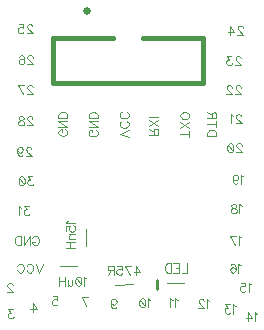
<source format=gbr>
G04 DipTrace 3.1.0.1*
G04 BottomSilk.gbr*
%MOIN*%
G04 #@! TF.FileFunction,Legend,Bot*
G04 #@! TF.Part,Single*
%ADD10C,0.009843*%
%ADD17C,0.003937*%
%ADD22C,0.025*%
%ADD23C,0.015748*%
%ADD55C,0.004632*%
%FSLAX26Y26*%
G04*
G70*
G90*
G75*
G01*
G04 BotSilk*
%LPD*%
D22*
X751083Y1511912D3*
X838583Y1424398D2*
D23*
X638583D1*
Y1274395D1*
X1138583D1*
Y1424398D1*
X938583D1*
X983465Y617717D2*
D10*
Y586220D1*
X661024Y663386D2*
D17*
X719685Y663780D1*
X747638Y787402D2*
X748031Y728740D1*
X1016929Y605118D2*
X1075591Y605512D1*
X845669Y600787D2*
X904331Y601181D1*
X1270397Y1457277D2*
D55*
Y1458703D1*
X1268971Y1461588D1*
X1267545Y1463014D1*
X1264660Y1464440D1*
X1258923D1*
X1256071Y1463014D1*
X1254645Y1461588D1*
X1253186Y1458703D1*
Y1455851D1*
X1254645Y1452966D1*
X1257497Y1448688D1*
X1271856Y1434329D1*
X1251760D1*
X1228138D2*
Y1464440D1*
X1242497Y1444377D1*
X1220975D1*
X1263853Y1355308D2*
Y1356734D1*
X1262427Y1359620D1*
X1261001Y1361045D1*
X1258116Y1362471D1*
X1252379D1*
X1249527Y1361045D1*
X1248101Y1359620D1*
X1246642Y1356734D1*
Y1353883D1*
X1248101Y1350997D1*
X1250953Y1346720D1*
X1265312Y1332361D1*
X1245216D1*
X1233068Y1362471D2*
X1217316D1*
X1225905Y1350997D1*
X1221594D1*
X1218742Y1349572D1*
X1217316Y1348146D1*
X1215857Y1343835D1*
Y1340983D1*
X1217316Y1336672D1*
X1220168Y1333787D1*
X1224479Y1332361D1*
X1228790D1*
X1233068Y1333787D1*
X1234493Y1335246D1*
X1235953Y1338098D1*
X1263853Y1257671D2*
Y1259097D1*
X1262427Y1261982D1*
X1261001Y1263408D1*
X1258116Y1264834D1*
X1252379D1*
X1249527Y1263408D1*
X1248101Y1261982D1*
X1246642Y1259097D1*
Y1256245D1*
X1248101Y1253360D1*
X1250953Y1249082D1*
X1265312Y1234723D1*
X1245216D1*
X1234493Y1257671D2*
Y1259097D1*
X1233068Y1261982D1*
X1231642Y1263408D1*
X1228756Y1264834D1*
X1223020D1*
X1220168Y1263408D1*
X1218742Y1261982D1*
X1217283Y1259097D1*
Y1256245D1*
X1218742Y1253360D1*
X1221594Y1249082D1*
X1235953Y1234723D1*
X1215857D1*
X1265126Y1161608D2*
Y1163034D1*
X1263700Y1165919D1*
X1262274Y1167345D1*
X1259389Y1168771D1*
X1253652D1*
X1250800Y1167345D1*
X1249375Y1165919D1*
X1247915Y1163034D1*
Y1160182D1*
X1249375Y1157297D1*
X1252226Y1153019D1*
X1266585Y1138660D1*
X1246489D1*
X1237226Y1163034D2*
X1234341Y1164493D1*
X1230030Y1168771D1*
Y1138660D1*
X1267003Y1064364D2*
Y1065790D1*
X1265577Y1068675D1*
X1264151Y1070101D1*
X1261266Y1071527D1*
X1255529D1*
X1252677Y1070101D1*
X1251251Y1068675D1*
X1249792Y1065790D1*
Y1062938D1*
X1251251Y1060053D1*
X1254103Y1055775D1*
X1268462Y1041416D1*
X1248366D1*
X1230480Y1071527D2*
X1234791Y1070101D1*
X1237676Y1065790D1*
X1239102Y1058627D1*
Y1054316D1*
X1237676Y1047153D1*
X1234791Y1042842D1*
X1230480Y1041416D1*
X1227628D1*
X1223317Y1042842D1*
X1220465Y1047153D1*
X1219006Y1054316D1*
Y1058627D1*
X1220465Y1065790D1*
X1223317Y1070101D1*
X1227628Y1071527D1*
X1230480D1*
X1220465Y1065790D2*
X1237676Y1047153D1*
X1271852Y961853D2*
X1268967Y963312D1*
X1264656Y967590D1*
Y937479D1*
X1236723Y957575D2*
X1238182Y953264D1*
X1241034Y950379D1*
X1245345Y948953D1*
X1246771D1*
X1251082Y950379D1*
X1253934Y953264D1*
X1255393Y957575D1*
Y959001D1*
X1253934Y963312D1*
X1251082Y966164D1*
X1246771Y967590D1*
X1245345D1*
X1241034Y966164D1*
X1238182Y963312D1*
X1236723Y957575D1*
Y950379D1*
X1238182Y943216D1*
X1241034Y938905D1*
X1245345Y937479D1*
X1248197D1*
X1252508Y938905D1*
X1253934Y941790D1*
X1266946Y863034D2*
X1264061Y864493D1*
X1259750Y868771D1*
Y838660D1*
X1243323Y868771D2*
X1247601Y867345D1*
X1249060Y864493D1*
Y861608D1*
X1247601Y858756D1*
X1244749Y857297D1*
X1239012Y855871D1*
X1234701Y854445D1*
X1231849Y851560D1*
X1230423Y848708D1*
Y844397D1*
X1231849Y841545D1*
X1233275Y840086D1*
X1237586Y838660D1*
X1243323D1*
X1247601Y840086D1*
X1249060Y841545D1*
X1250486Y844397D1*
Y848708D1*
X1249060Y851560D1*
X1246175Y854445D1*
X1241897Y855871D1*
X1236160Y857297D1*
X1233275Y858756D1*
X1231849Y861608D1*
Y864493D1*
X1233275Y867345D1*
X1237586Y868771D1*
X1243323D1*
X1265798Y758309D2*
X1262913Y759768D1*
X1258602Y764046D1*
Y733935D1*
X1243601D2*
X1229242Y764046D1*
X1249338D1*
X1263552Y664608D2*
X1260666Y666068D1*
X1256355Y670345D1*
Y640235D1*
X1229881Y666068D2*
X1231307Y668919D1*
X1235618Y670345D1*
X1238470D1*
X1242781Y668919D1*
X1245666Y664608D1*
X1247092Y657446D1*
Y650283D1*
X1245666Y644546D1*
X1242781Y641661D1*
X1238470Y640235D1*
X1237044D1*
X1232766Y641661D1*
X1229881Y644546D1*
X1228455Y648857D1*
Y650283D1*
X1229881Y654594D1*
X1232766Y657446D1*
X1237044Y658871D1*
X1238470D1*
X1242781Y657446D1*
X1245666Y654594D1*
X1247092Y650283D1*
X1297688Y602010D2*
X1294803Y603469D1*
X1290492Y607747D1*
Y577636D1*
X1264017Y607747D2*
X1278343D1*
X1279769Y594847D1*
X1278343Y596273D1*
X1274032Y597732D1*
X1269754D1*
X1265443Y596273D1*
X1262558Y593421D1*
X1261132Y589110D1*
Y586258D1*
X1262558Y581947D1*
X1265443Y579062D1*
X1269754Y577636D1*
X1274032D1*
X1278343Y579062D1*
X1279769Y580521D1*
X1281228Y583373D1*
X1318011Y502404D2*
X1315126Y503863D1*
X1310815Y508141D1*
Y478030D1*
X1287193D2*
Y508141D1*
X1301552Y488078D1*
X1280030D1*
X1246507Y528782D2*
X1243622Y530241D1*
X1239311Y534519D1*
Y504408D1*
X1227162Y534519D2*
X1211410D1*
X1219999Y523045D1*
X1215688D1*
X1212836Y521619D1*
X1211410Y520193D1*
X1209951Y515882D1*
Y513030D1*
X1211410Y508719D1*
X1214262Y505834D1*
X1218573Y504408D1*
X1222884D1*
X1227162Y505834D1*
X1228588Y507293D1*
X1230047Y510145D1*
X1158711Y547679D2*
X1155826Y549138D1*
X1151515Y553416D1*
Y523305D1*
X1140793Y546253D2*
Y547679D1*
X1139367Y550564D1*
X1137941Y551990D1*
X1135056Y553416D1*
X1129319D1*
X1126467Y551990D1*
X1125041Y550564D1*
X1123582Y547679D1*
Y544827D1*
X1125041Y541942D1*
X1127893Y537664D1*
X1142252Y523305D1*
X1122156D1*
X1053292Y549648D2*
X1050407Y551107D1*
X1046096Y555385D1*
Y525274D1*
X1036832Y549648D2*
X1033947Y551107D1*
X1029636Y555385D1*
Y525274D1*
X962255Y549254D2*
X959370Y550713D1*
X955059Y554991D1*
Y524880D1*
X937173Y554991D2*
X941484Y553565D1*
X944369Y549254D1*
X945795Y542091D1*
Y537780D1*
X944369Y530617D1*
X941484Y526306D1*
X937173Y524880D1*
X934321D1*
X930010Y526306D1*
X927158Y530617D1*
X925699Y537780D1*
Y542091D1*
X927158Y549254D1*
X930010Y553565D1*
X934321Y554991D1*
X937173D1*
X927158Y549254D2*
X944369Y530617D1*
X831605Y543008D2*
X833064Y538697D1*
X835916Y535812D1*
X840227Y534386D1*
X841653D1*
X845964Y535812D1*
X848816Y538697D1*
X850275Y543008D1*
Y544434D1*
X848816Y548745D1*
X845964Y551597D1*
X841653Y553023D1*
X840227D1*
X835916Y551597D1*
X833064Y548745D1*
X831605Y543008D1*
Y535812D1*
X833064Y528649D1*
X835916Y524338D1*
X840227Y522912D1*
X843079D1*
X847390Y524338D1*
X848816Y527223D1*
X604158Y670772D2*
X592684Y640628D1*
X581210Y670772D1*
X550424Y663609D2*
X551850Y666461D1*
X554735Y669346D1*
X557587Y670772D1*
X563324D1*
X566209Y669346D1*
X569061Y666461D1*
X570520Y663609D1*
X571946Y659298D1*
Y652102D1*
X570520Y647824D1*
X569061Y644939D1*
X566209Y642087D1*
X563324Y640628D1*
X557587D1*
X554735Y642087D1*
X551850Y644939D1*
X550424Y647824D1*
X519639Y663609D2*
X521065Y666461D1*
X523950Y669346D1*
X526802Y670772D1*
X532539D1*
X535424Y669346D1*
X538276Y666461D1*
X539735Y663609D1*
X541161Y659298D1*
Y652102D1*
X539735Y647824D1*
X538276Y644939D1*
X535424Y642087D1*
X532539Y640628D1*
X526802D1*
X523950Y642087D1*
X521065Y644939D1*
X519639Y647824D1*
X749507Y528424D2*
X735148Y558534D1*
X755244D1*
X569458Y755735D2*
X570884Y758587D1*
X573769Y761472D1*
X576620Y762898D1*
X582357D1*
X585243Y761472D1*
X588094Y758587D1*
X589554Y755735D1*
X590980Y751424D1*
Y744228D1*
X589554Y739950D1*
X588094Y737065D1*
X585243Y734213D1*
X582357Y732754D1*
X576620D1*
X573769Y734213D1*
X570884Y737065D1*
X569458Y739950D1*
Y744228D1*
X576620D1*
X540098Y762898D2*
Y732754D1*
X560194Y762898D1*
Y732754D1*
X530834Y762898D2*
Y732754D1*
X520786D1*
X516475Y734213D1*
X513590Y737065D1*
X512164Y739950D1*
X510738Y744228D1*
Y751424D1*
X512164Y755735D1*
X513590Y758587D1*
X516475Y761472D1*
X520786Y762898D1*
X530834D1*
X636852Y561684D2*
X651178D1*
X652604Y548784D1*
X651178Y550210D1*
X646867Y551669D1*
X642589D1*
X638278Y550210D1*
X635393Y547358D1*
X633967Y543047D1*
Y540195D1*
X635393Y535884D1*
X638278Y532999D1*
X642589Y531573D1*
X646867D1*
X651178Y532999D1*
X652604Y534458D1*
X654063Y537310D1*
X569870Y510313D2*
Y540424D1*
X584229Y520361D1*
X562707D1*
X504721Y518377D2*
X488969D1*
X497558Y506903D1*
X493247D1*
X490395Y505477D1*
X488969Y504051D1*
X487510Y499740D1*
Y496888D1*
X488969Y492577D1*
X491821Y489692D1*
X496132Y488266D1*
X500443D1*
X504721Y489692D1*
X506147Y491151D1*
X507606Y494003D1*
X503391Y598222D2*
Y599648D1*
X501965Y602533D1*
X500539Y603959D1*
X497654Y605385D1*
X491917D1*
X489065Y603959D1*
X487639Y602533D1*
X486180Y599648D1*
Y596796D1*
X487639Y593911D1*
X490491Y589633D1*
X504850Y575274D1*
X484754D1*
X558189Y862865D2*
X542437D1*
X551026Y851391D1*
X546715D1*
X543863Y849965D1*
X542437Y848539D1*
X540978Y844228D1*
Y841376D1*
X542437Y837065D1*
X545289Y834180D1*
X549600Y832754D1*
X553911D1*
X558189Y834180D1*
X559615Y835639D1*
X561074Y838491D1*
X531714Y857128D2*
X528829Y858587D1*
X524518Y862865D1*
Y832754D1*
X569753Y961290D2*
X554001D1*
X562590Y949816D1*
X558279D1*
X555427Y948390D1*
X554001Y946964D1*
X552542Y942653D1*
Y939802D1*
X554001Y935490D1*
X556853Y932605D1*
X561164Y931179D1*
X565475D1*
X569753Y932605D1*
X571178Y934065D1*
X572638Y936916D1*
X534656Y961290D2*
X538967Y959864D1*
X541852Y955553D1*
X543278Y948390D1*
Y944079D1*
X541852Y936916D1*
X538967Y932605D1*
X534656Y931179D1*
X531804D1*
X527493Y932605D1*
X524641Y936916D1*
X523182Y944079D1*
Y948390D1*
X524641Y955553D1*
X527493Y959864D1*
X531804Y961290D1*
X534656D1*
X524641Y955553D2*
X541852Y936916D1*
X565577Y1052553D2*
Y1053979D1*
X564151Y1056864D1*
X562725Y1058290D1*
X559840Y1059716D1*
X554103D1*
X551251Y1058290D1*
X549825Y1056864D1*
X548366Y1053979D1*
Y1051127D1*
X549825Y1048242D1*
X552677Y1043964D1*
X567036Y1029605D1*
X546940D1*
X519006Y1049701D2*
X520465Y1045390D1*
X523317Y1042505D1*
X527628Y1041079D1*
X529054D1*
X533365Y1042505D1*
X536217Y1045390D1*
X537676Y1049701D1*
Y1051127D1*
X536217Y1055438D1*
X533365Y1058290D1*
X529054Y1059716D1*
X527628D1*
X523317Y1058290D1*
X520465Y1055438D1*
X519006Y1049701D1*
Y1042505D1*
X520465Y1035342D1*
X523317Y1031031D1*
X527628Y1029605D1*
X530480D1*
X534791Y1031031D1*
X536217Y1033916D1*
X569725Y1154127D2*
Y1155553D1*
X568299Y1158438D1*
X566873Y1159864D1*
X563988Y1161290D1*
X558251D1*
X555399Y1159864D1*
X553974Y1158438D1*
X552514Y1155553D1*
Y1152701D1*
X553974Y1149816D1*
X556825Y1145538D1*
X571184Y1131179D1*
X551088D1*
X534662Y1161290D2*
X538940Y1159864D1*
X540399Y1157012D1*
Y1154127D1*
X538940Y1151275D1*
X536088Y1149816D1*
X530351Y1148390D1*
X526040Y1146964D1*
X523188Y1144079D1*
X521762Y1141227D1*
Y1136916D1*
X523188Y1134065D1*
X524614Y1132605D1*
X528925Y1131179D1*
X534662D1*
X538940Y1132605D1*
X540399Y1134065D1*
X541825Y1136916D1*
Y1141227D1*
X540399Y1144079D1*
X537514Y1146964D1*
X533236Y1148390D1*
X527499Y1149816D1*
X524614Y1151275D1*
X523188Y1154127D1*
Y1157012D1*
X524614Y1159864D1*
X528925Y1161290D1*
X534662D1*
X570152Y1258064D2*
Y1259490D1*
X568726Y1262375D1*
X567300Y1263801D1*
X564415Y1265227D1*
X558678D1*
X555826Y1263801D1*
X554400Y1262375D1*
X552941Y1259490D1*
Y1256638D1*
X554400Y1253753D1*
X557252Y1249476D1*
X571611Y1235116D1*
X551515D1*
X536515D2*
X522156Y1265227D1*
X542252D1*
X570268Y1357671D2*
Y1359097D1*
X568842Y1361982D1*
X567416Y1363408D1*
X564531Y1364834D1*
X558794D1*
X555942Y1363408D1*
X554516Y1361982D1*
X553057Y1359097D1*
Y1356245D1*
X554516Y1353360D1*
X557368Y1349082D1*
X571727Y1334723D1*
X551631D1*
X525157Y1360556D2*
X526582Y1363408D1*
X530894Y1364834D1*
X533745D1*
X538056Y1363408D1*
X540942Y1359097D1*
X542367Y1351934D1*
Y1344771D1*
X540942Y1339034D1*
X538056Y1336149D1*
X533745Y1334723D1*
X532319D1*
X528042Y1336149D1*
X525157Y1339034D1*
X523731Y1343345D1*
Y1344771D1*
X525157Y1349082D1*
X528042Y1351934D1*
X532319Y1353360D1*
X533745D1*
X538056Y1351934D1*
X540942Y1349082D1*
X542367Y1344771D1*
X568971Y1462001D2*
Y1463427D1*
X567545Y1466312D1*
X566119Y1467738D1*
X563234Y1469164D1*
X557497D1*
X554645Y1467738D1*
X553219Y1466312D1*
X551760Y1463427D1*
Y1460575D1*
X553219Y1457690D1*
X556071Y1453413D1*
X570430Y1439053D1*
X550334D1*
X523860Y1469164D2*
X538186D1*
X539612Y1456264D1*
X538186Y1457690D1*
X533875Y1459149D1*
X529597D1*
X525286Y1457690D1*
X522401Y1454838D1*
X520975Y1450527D1*
Y1447676D1*
X522401Y1443365D1*
X525286Y1440479D1*
X529597Y1439053D1*
X533875D1*
X538186Y1440479D1*
X539612Y1441939D1*
X541071Y1444790D1*
X1084816Y671166D2*
Y641022D1*
X1067605D1*
X1039704Y671166D2*
X1058341D1*
Y641022D1*
X1039704D1*
X1058341Y656807D2*
X1046867D1*
X1030441Y671166D2*
Y641022D1*
X1020393D1*
X1016082Y642481D1*
X1013197Y645333D1*
X1011771Y648218D1*
X1010345Y652496D1*
Y659692D1*
X1011771Y664003D1*
X1013197Y666855D1*
X1016082Y669740D1*
X1020393Y671166D1*
X1030441D1*
X915429Y633148D2*
Y663259D1*
X929788Y643196D1*
X908266D1*
X893265Y633148D2*
X878906Y663259D1*
X899002D1*
X852432D2*
X866758D1*
X868184Y650359D1*
X866758Y651785D1*
X862447Y653244D1*
X858169D1*
X853858Y651785D1*
X850973Y648933D1*
X849547Y644622D1*
Y641770D1*
X850973Y637459D1*
X853858Y634574D1*
X858169Y633148D1*
X862447D1*
X866758Y634574D1*
X868184Y636033D1*
X869643Y638885D1*
X840283Y648933D2*
X827383D1*
X823072Y650392D1*
X821613Y651818D1*
X820187Y654670D1*
Y657555D1*
X821613Y660407D1*
X823072Y661866D1*
X827383Y663292D1*
X840283D1*
Y633148D1*
X830235Y648933D2*
X820187Y633148D1*
X748946Y621301D2*
X746061Y622760D1*
X741750Y627038D1*
Y596928D1*
X723865Y627038D2*
X728176Y625612D1*
X731061Y621301D1*
X732487Y614138D1*
Y609827D1*
X731061Y602664D1*
X728176Y598353D1*
X723865Y596928D1*
X721013D1*
X716702Y598353D1*
X713850Y602664D1*
X712391Y609827D1*
Y614138D1*
X713850Y621301D1*
X716702Y625612D1*
X721013Y627038D1*
X723865D1*
X713850Y621301D2*
X731061Y602664D1*
X703127Y617024D2*
Y602664D1*
X701701Y598387D1*
X698816Y596928D1*
X694505D1*
X691653Y598387D1*
X687342Y602664D1*
Y617024D2*
Y596928D1*
X678079Y627072D2*
Y596928D1*
X657983Y627072D2*
Y596928D1*
X678079Y612712D2*
X657983D1*
X687238Y814335D2*
X685779Y811450D1*
X681501Y807139D1*
X711612D1*
X681501Y780664D2*
Y794990D1*
X694401Y796416D1*
X692975Y794990D1*
X691516Y790679D1*
Y786401D1*
X692975Y782090D1*
X695827Y779205D1*
X700138Y777779D1*
X702990D1*
X707301Y779205D1*
X710186Y782090D1*
X711612Y786401D1*
Y790679D1*
X710186Y794990D1*
X708727Y796416D1*
X705875Y797875D1*
X691516Y768516D2*
X711612D1*
X697253D2*
X692942Y764205D1*
X691516Y761319D1*
Y757042D1*
X692942Y754157D1*
X697253Y752731D1*
X711612D1*
X681468Y743467D2*
X711612D1*
X681468Y723371D2*
X711612D1*
X695827Y743467D2*
Y723371D1*
X1182380Y1095982D2*
X1152236D1*
Y1106030D1*
X1153695Y1110341D1*
X1156547Y1113226D1*
X1159432Y1114652D1*
X1163710Y1116078D1*
X1170906D1*
X1175217Y1114652D1*
X1178069Y1113226D1*
X1180954Y1110341D1*
X1182380Y1106030D1*
Y1095982D1*
Y1135389D2*
X1152236D1*
X1182380Y1125341D2*
Y1145437D1*
X1168021Y1154701D2*
Y1167601D1*
X1169480Y1171912D1*
X1170906Y1173371D1*
X1173758Y1174797D1*
X1176643D1*
X1179495Y1173371D1*
X1180954Y1171912D1*
X1182380Y1167601D1*
Y1154701D1*
X1152236D1*
X1168021Y1164749D2*
X1152236Y1174797D1*
X1092616Y1103965D2*
X1062472D1*
X1092616Y1093917D2*
Y1114013D1*
Y1123277D2*
X1062472Y1143373D1*
X1092616D2*
X1062472Y1123277D1*
X1092616Y1161258D2*
X1091190Y1158373D1*
X1088305Y1155521D1*
X1085453Y1154062D1*
X1081142Y1152636D1*
X1073946D1*
X1069668Y1154062D1*
X1066783Y1155521D1*
X1063931Y1158373D1*
X1062472Y1161258D1*
Y1166995D1*
X1063931Y1169847D1*
X1066783Y1172732D1*
X1069668Y1174158D1*
X1073946Y1175584D1*
X1081142D1*
X1085453Y1174158D1*
X1088305Y1172732D1*
X1091190Y1169847D1*
X1092616Y1166995D1*
Y1161258D1*
X973926Y1100724D2*
Y1113623D1*
X975385Y1117934D1*
X976811Y1119394D1*
X979663Y1120819D1*
X982548D1*
X985400Y1119394D1*
X986859Y1117934D1*
X988285Y1113623D1*
Y1100723D1*
X958141Y1100724D1*
X973926Y1110772D2*
X958141Y1120820D1*
X988285Y1130083D2*
X958141Y1150179D1*
X988285D2*
X958141Y1130083D1*
X988285Y1159443D2*
X958141D1*
X890648Y1091853D2*
X860504Y1103327D1*
X890648Y1114801D1*
X883485Y1145586D2*
X886337Y1144160D1*
X889222Y1141275D1*
X890648Y1138423D1*
Y1132686D1*
X889222Y1129801D1*
X886337Y1126949D1*
X883485Y1125490D1*
X879174Y1124064D1*
X871978D1*
X867700Y1125490D1*
X864815Y1126949D1*
X861963Y1129801D1*
X860504Y1132686D1*
Y1138423D1*
X861963Y1141275D1*
X864815Y1144160D1*
X867700Y1145586D1*
X883485Y1176372D2*
X886337Y1174946D1*
X889222Y1172061D1*
X890648Y1169209D1*
Y1163472D1*
X889222Y1160587D1*
X886337Y1157735D1*
X883485Y1156276D1*
X879174Y1154850D1*
X871978D1*
X867700Y1156276D1*
X864815Y1157735D1*
X861963Y1160587D1*
X860504Y1163472D1*
Y1169209D1*
X861963Y1172061D1*
X864815Y1174946D1*
X867700Y1176372D1*
X779941Y1116078D2*
X782793Y1114652D1*
X785678Y1111767D1*
X787104Y1108915D1*
Y1103178D1*
X785678Y1100293D1*
X782793Y1097441D1*
X779941Y1095982D1*
X775630Y1094556D1*
X768434D1*
X764156Y1095982D1*
X761271Y1097441D1*
X758419Y1100293D1*
X756960Y1103178D1*
Y1108915D1*
X758419Y1111767D1*
X761271Y1114652D1*
X764156Y1116078D1*
X768434D1*
Y1108915D1*
X787104Y1145437D2*
X756960D1*
X787104Y1125341D1*
X756960D1*
X787104Y1154701D2*
X756960D1*
Y1164749D1*
X758419Y1169060D1*
X761271Y1171945D1*
X764156Y1173371D1*
X768434Y1174797D1*
X775630D1*
X779941Y1173371D1*
X782793Y1171945D1*
X785678Y1169060D1*
X787104Y1164749D1*
Y1154701D1*
X679154Y1118046D2*
X682006Y1116620D1*
X684891Y1113735D1*
X686317Y1110883D1*
Y1105146D1*
X684891Y1102261D1*
X682006Y1099409D1*
X679154Y1097950D1*
X674843Y1096524D1*
X667647D1*
X663369Y1097950D1*
X660484Y1099409D1*
X657632Y1102261D1*
X656173Y1105146D1*
Y1110883D1*
X657632Y1113735D1*
X660484Y1116620D1*
X663369Y1118046D1*
X667647D1*
Y1110883D1*
X686317Y1147406D2*
X656173D1*
X686317Y1127310D1*
X656173D1*
X686317Y1156669D2*
X656173D1*
Y1166717D1*
X657632Y1171028D1*
X660484Y1173913D1*
X663369Y1175339D1*
X667647Y1176765D1*
X674843D1*
X679154Y1175339D1*
X682006Y1173913D1*
X684891Y1171028D1*
X686317Y1166717D1*
Y1156669D1*
M02*

</source>
